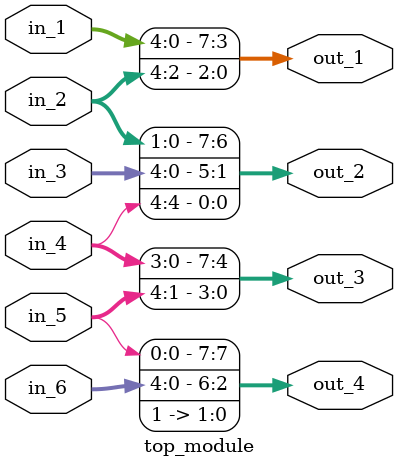
<source format=v>

module top_module(in_1, in_2, in_3, in_4, in_5, in_6, out_1, out_2, out_3, out_4);

	input [4:0] in_1, in_2, in_3, in_4, in_5, in_6;
	output [7:0] out_1, out_2, out_3, out_4;

	assign {out_1, out_2, out_3, out_4} = {in_1, in_2, in_3, in_4, in_5, in_6, 2'b11};

endmodule

</source>
